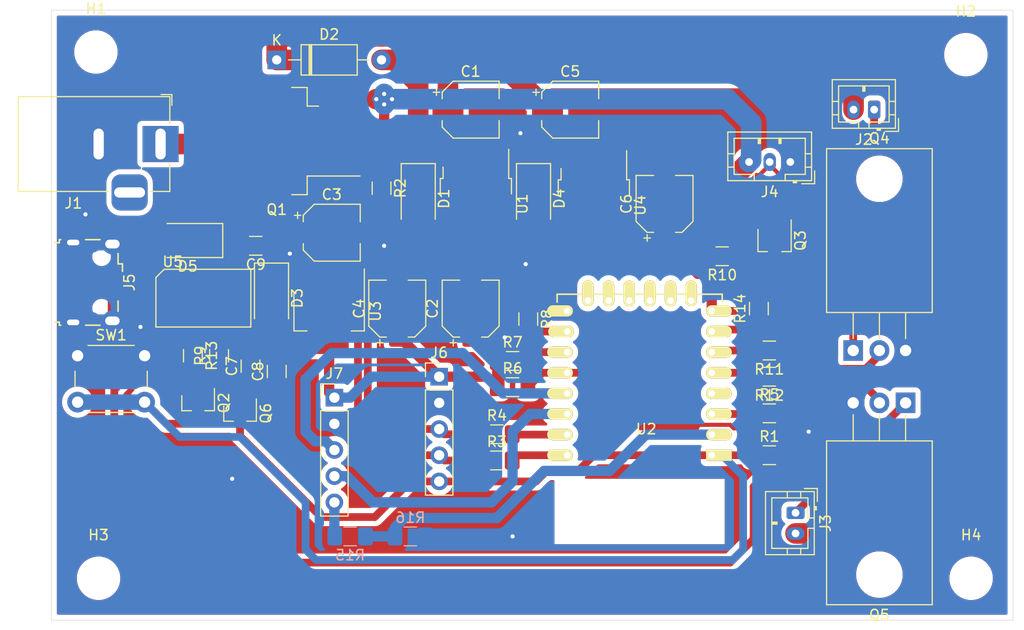
<source format=kicad_pcb>
(kicad_pcb (version 20171130) (host pcbnew "(5.1.5)-3")
  (layers (0 F.Cu signal) (31 B.Cu signal) (34 B.Paste user) (35 F.Paste user) (36 B.SilkS user) (37 F.SilkS user) (38 B.Mask user) (39 F.Mask user) (44 Edge.Cuts user))
  (net 0 "")
  (net 1 +24V)
  (net 2 GND)
  (net 3 +5V)
  (net 4 "Net-(D2-Pad2)")
  (net 5 "Net-(D5-Pad2)")
  (net 6 "Net-(J1-Pad1)")
  (net 7 "Net-(J2-Pad1)")
  (net 8 "Net-(J3-Pad1)")
  (net 9 "Net-(J4-Pad2)")
  (net 10 "Net-(J5-Pad2)")
  (net 11 /RX)
  (net 12 /TX)
  (net 13 /RST)
  (net 14 /IO5)
  (net 15 /IO4)
  (net 16 /IO0)
  (net 17 /DTR)
  (net 18 "Net-(Q2-Pad1)")
  (net 19 /RTS)
  (net 20 /RGB)
  (net 21 "Net-(Q5-Pad2)")
  (net 22 /White)
  (net 23 /Fan)
  (net 24 /ADC)
  (net 25 "Net-(C9-Pad2)")
  (net 26 "Net-(J5-Pad3)")
  (net 27 "Net-(J7-Pad5)")
  (net 28 "Net-(Q4-Pad2)")
  (net 29 "Net-(Q6-Pad1)")
  (net 30 "Net-(R3-Pad2)")
  (net 31 "Net-(R4-Pad2)")
  (net 32 "Net-(R5-Pad1)")
  (net 33 "Net-(R7-Pad2)")
  (net 34 "Net-(R8-Pad2)")
  (net 35 +3.3VA)
  (module Capacitor_SMD:CP_Elec_5x5.4 (layer F.Cu) (at 127.508 79.756 90)
    (fp_text reference C2 (at 0 -3.7 90) (layer F.SilkS))
    (fp_text value "C 10uF")
    (pad 2 smd roundrect (at 2.2 0 90) (size 3 1.6) (layers F.Cu F.Paste F.Mask) (roundrect_rratio 0.15625) (net 2 GND))
    (pad 1 smd roundrect (at -2.2 0 90) (size 3 1.6) (layers F.Cu F.Paste F.Mask) (roundrect_rratio 0.15625) (net 35 +3.3VA))
  )
  (module Resistor_SMD:R_1206_3216Metric_Pad1.42x1.75mm_HandSolder (layer B.Cu) (at 115.824 101.854)
    (fp_text reference R15 (at 0 1.82) (layer B.SilkS) (effects (justify mirror)))
    (fp_text value "R 220K")
    (pad 2 smd roundrect (at 1.4875 0) (size 1.425 1.75) (layers B.Cu B.Paste B.Mask) (roundrect_rratio 0.175439) (net 24 /ADC))
    (pad 1 smd roundrect (at -1.4875 0) (size 1.425 1.75) (layers B.Cu B.Paste B.Mask) (roundrect_rratio 0.175439) (net 27 "Net-(J7-Pad5)"))
  )
  (module Package_TO_SOT_SMD:SOT-223-3_TabPin2 (layer F.Cu) (at 113.792 80.01 270)
    (fp_text reference U3 (at 0 -4.5 90) (layer F.SilkS))
    (fp_text value LM1117-3.3)
    (pad 2 smd rect (at 3.15 0 270) (size 2 3.8) (layers F.Cu F.Paste F.Mask) (net 35 +3.3VA))
    (pad 2 smd rect (at -3.15 0 270) (size 2 1.5) (layers F.Cu F.Paste F.Mask) (net 35 +3.3VA))
    (pad 3 smd rect (at -3.15 2.3 270) (size 2 1.5) (layers F.Cu F.Paste F.Mask) (net 3 +5V))
    (pad 1 smd rect (at -3.15 -2.3 270) (size 2 1.5) (layers F.Cu F.Paste F.Mask) (net 2 GND))
  )
  (module ESP:ESP-12E (layer F.Cu) (at 150.876 93.98 180)
    (fp_text reference U2 (at 6.35 2.54) (layer F.SilkS))
    (fp_text value ESP-12E hide)
    (pad 1 thru_hole rect (at 0 0 180) (size 2.5 1.1) (drill 0.65 (offset -0.7 0)) (layers *.Cu *.Mask F.SilkS) (net 13 /RST))
    (pad 2 thru_hole oval (at 0 2 180) (size 2.5 1.1) (drill 0.65 (offset -0.7 0)) (layers *.Cu *.Mask F.SilkS) (net 24 /ADC))
    (pad 3 thru_hole oval (at 0 4 180) (size 2.5 1.1) (drill 0.65 (offset -0.7 0)) (layers *.Cu *.Mask F.SilkS) (net 32 "Net-(R5-Pad1)"))
    (pad 4 thru_hole oval (at 0 6 180) (size 2.5 1.1) (drill 0.65 (offset -0.7 0)) (layers *.Cu *.Mask F.SilkS))
    (pad 5 thru_hole oval (at 0 8 180) (size 2.5 1.1) (drill 0.65 (offset -0.7 0)) (layers *.Cu *.Mask F.SilkS) (net 23 /Fan))
    (pad 6 thru_hole oval (at 0 10 180) (size 2.5 1.1) (drill 0.65 (offset -0.7 0)) (layers *.Cu *.Mask F.SilkS) (net 22 /White))
    (pad 7 thru_hole oval (at 0 12 180) (size 2.5 1.1) (drill 0.65 (offset -0.7 0)) (layers *.Cu *.Mask F.SilkS) (net 20 /RGB))
    (pad 8 thru_hole oval (at 0 14 180) (size 2.5 1.1) (drill 0.65 (offset -0.7 0)) (layers *.Cu *.Mask F.SilkS) (net 35 +3.3VA))
    (pad 9 thru_hole oval (at 14 14 180) (size 2.5 1.1) (drill 0.65 (offset 0.7 0)) (layers *.Cu *.Mask F.SilkS) (net 2 GND))
    (pad 10 thru_hole oval (at 14 12 180) (size 2.5 1.1) (drill 0.65 (offset 0.6 0)) (layers *.Cu *.Mask F.SilkS) (net 34 "Net-(R8-Pad2)"))
    (pad 11 thru_hole oval (at 14 10 180) (size 2.5 1.1) (drill 0.65 (offset 0.7 0)) (layers *.Cu *.Mask F.SilkS) (net 33 "Net-(R7-Pad2)"))
    (pad 12 thru_hole oval (at 14 8 180) (size 2.5 1.1) (drill 0.65 (offset 0.7 0)) (layers *.Cu *.Mask F.SilkS) (net 16 /IO0))
    (pad 13 thru_hole oval (at 14 6 180) (size 2.5 1.1) (drill 0.65 (offset 0.7 0)) (layers *.Cu *.Mask F.SilkS) (net 15 /IO4))
    (pad 14 thru_hole oval (at 14 4 180) (size 2.5 1.1) (drill 0.65 (offset 0.7 0)) (layers *.Cu *.Mask F.SilkS) (net 14 /IO5))
    (pad 15 thru_hole oval (at 14 2 180) (size 2.5 1.1) (drill 0.65 (offset 0.7 0)) (layers *.Cu *.Mask F.SilkS) (net 31 "Net-(R4-Pad2)"))
    (pad 16 thru_hole oval (at 14 0 180) (size 2.5 1.1) (drill 0.65 (offset 0.7 0)) (layers *.Cu *.Mask F.SilkS) (net 30 "Net-(R3-Pad2)"))
    (pad 17 thru_hole oval (at 1.99 15 270) (size 2.5 1.1) (drill 0.65 (offset -0.7 0)) (layers *.Cu *.Mask F.SilkS))
    (pad 18 thru_hole oval (at 3.99 15 270) (size 2.5 1.1) (drill 0.65 (offset -0.7 0)) (layers *.Cu *.Mask F.SilkS))
    (pad 19 thru_hole oval (at 5.99 15 270) (size 2.5 1.1) (drill 0.65 (offset -0.7 0)) (layers *.Cu *.Mask F.SilkS))
    (pad 20 thru_hole oval (at 7.99 15 270) (size 2.5 1.1) (drill 0.65 (offset -0.7 0)) (layers *.Cu *.Mask F.SilkS))
    (pad 21 thru_hole oval (at 9.99 15 270) (size 2.5 1.1) (drill 0.65 (offset -0.7 0)) (layers *.Cu *.Mask F.SilkS))
    (pad 22 thru_hole oval (at 11.99 15 270) (size 2.5 1.1) (drill 0.65 (offset -0.7 0)) (layers *.Cu *.Mask F.SilkS))
  )
  (module Capacitor_SMD:CP_Elec_5x5.4 (layer F.Cu) (at 127.508 60.452)
    (fp_text reference C1 (at 0 -3.7) (layer F.SilkS))
    (fp_text value "C 10uF")
    (pad 1 smd roundrect (at -2.2 0) (size 3 1.6) (layers F.Cu F.Paste F.Mask) (roundrect_rratio 0.15625) (net 1 +24V))
    (pad 2 smd roundrect (at 2.2 0) (size 3 1.6) (layers F.Cu F.Paste F.Mask) (roundrect_rratio 0.15625) (net 2 GND))
  )
  (module Capacitor_SMD:CP_Elec_5x5.4 (layer F.Cu) (at 114.046 72.39)
    (fp_text reference C3 (at 0 -3.7) (layer F.SilkS))
    (fp_text value "C 10uF")
    (pad 1 smd roundrect (at -2.2 0) (size 3 1.6) (layers F.Cu F.Paste F.Mask) (roundrect_rratio 0.15625) (net 3 +5V))
    (pad 2 smd roundrect (at 2.2 0) (size 3 1.6) (layers F.Cu F.Paste F.Mask) (roundrect_rratio 0.15625) (net 2 GND))
  )
  (module Capacitor_SMD:CP_Elec_5x5.4 (layer F.Cu) (at 120.396 79.756 90)
    (fp_text reference C4 (at 0 -3.7 90) (layer F.SilkS))
    (fp_text value "C 10uF")
    (pad 2 smd roundrect (at 2.2 0 90) (size 3 1.6) (layers F.Cu F.Paste F.Mask) (roundrect_rratio 0.15625) (net 2 GND))
    (pad 1 smd roundrect (at -2.2 0 90) (size 3 1.6) (layers F.Cu F.Paste F.Mask) (roundrect_rratio 0.15625) (net 35 +3.3VA))
  )
  (module Capacitor_SMD:CP_Elec_5x5.4 (layer F.Cu) (at 137.16 60.452)
    (fp_text reference C5 (at 0 -3.7) (layer F.SilkS))
    (fp_text value "C 10uF")
    (pad 1 smd roundrect (at -2.2 0) (size 3 1.6) (layers F.Cu F.Paste F.Mask) (roundrect_rratio 0.15625) (net 1 +24V))
    (pad 2 smd roundrect (at 2.2 0) (size 3 1.6) (layers F.Cu F.Paste F.Mask) (roundrect_rratio 0.15625) (net 2 GND))
  )
  (module Capacitor_SMD:CP_Elec_5x5.4 (layer F.Cu) (at 146.304 69.596 90)
    (fp_text reference C6 (at 0 -3.7 90) (layer F.SilkS))
    (fp_text value "C 10uF")
    (pad 2 smd roundrect (at 2.2 0 90) (size 3 1.6) (layers F.Cu F.Paste F.Mask) (roundrect_rratio 0.15625) (net 2 GND))
    (pad 1 smd roundrect (at -2.2 0 90) (size 3 1.6) (layers F.Cu F.Paste F.Mask) (roundrect_rratio 0.15625) (net 3 +5V))
  )
  (module Diode_SMD:D_SMA (layer F.Cu) (at 122.428 69.088 270)
    (fp_text reference D1 (at 0 -2.5 90) (layer F.SilkS))
    (fp_text value 1N4002)
    (pad 2 smd rect (at 2 0 270) (size 2.5 1.8) (layers F.Cu F.Paste F.Mask) (net 35 +3.3VA))
    (pad 1 smd rect (at -2 0 270) (size 2.5 1.8) (layers F.Cu F.Paste F.Mask) (net 1 +24V))
  )
  (module Diode_THT:D_A-405_P10.16mm_Horizontal (layer F.Cu) (at 108.712 55.626)
    (fp_text reference D2 (at 5.08 -2.47) (layer F.SilkS))
    (fp_text value "Z 9.1V")
    (fp_text user K (at 0 -1.9) (layer F.SilkS))
    (pad 1 thru_hole rect (at 0 0) (size 1.8 1.8) (drill 0.9) (layers *.Cu *.Mask) (net 1 +24V))
    (pad 2 thru_hole oval (at 10.16 0) (size 1.8 1.8) (drill 0.9) (layers *.Cu *.Mask) (net 4 "Net-(D2-Pad2)"))
  )
  (module Diode_SMD:D_SMA (layer F.Cu) (at 108.204 78.74 270)
    (fp_text reference D3 (at 0 -2.5 90) (layer F.SilkS))
    (fp_text value 1N4002)
    (pad 1 smd rect (at -2 0 270) (size 2.5 1.8) (layers F.Cu F.Paste F.Mask) (net 3 +5V))
    (pad 2 smd rect (at 2 0 270) (size 2.5 1.8) (layers F.Cu F.Paste F.Mask) (net 35 +3.3VA))
  )
  (module Diode_SMD:D_SMA (layer F.Cu) (at 133.604 69.088 270)
    (fp_text reference D4 (at 0 -2.5 90) (layer F.SilkS))
    (fp_text value 1N4002)
    (pad 1 smd rect (at -2 0 270) (size 2.5 1.8) (layers F.Cu F.Paste F.Mask) (net 1 +24V))
    (pad 2 smd rect (at 2 0 270) (size 2.5 1.8) (layers F.Cu F.Paste F.Mask) (net 3 +5V))
  )
  (module MountingHole:MountingHole_3.2mm_M3 (layer F.Cu) (at 91.186 54.864)
    (fp_text reference H1 (at 0 -4.2) (layer F.SilkS))
    (fp_text value MountingHole)
    (pad 1 np_thru_hole circle (at 0 0) (size 3.2 3.2) (drill 3.2) (layers *.Cu *.Mask))
  )
  (module MountingHole:MountingHole_3.2mm_M3 (layer F.Cu) (at 175.514 55.118)
    (fp_text reference H2 (at 0 -4.2) (layer F.SilkS))
    (fp_text value MountingHole)
    (pad 1 np_thru_hole circle (at 0 0) (size 3.2 3.2) (drill 3.2) (layers *.Cu *.Mask))
  )
  (module MountingHole:MountingHole_3.2mm_M3 (layer F.Cu) (at 91.44 105.918)
    (fp_text reference H3 (at 0 -4.2) (layer F.SilkS))
    (fp_text value MountingHole)
    (pad 1 np_thru_hole circle (at 0 0) (size 3.2 3.2) (drill 3.2) (layers *.Cu *.Mask))
  )
  (module MountingHole:MountingHole_3.2mm_M3 (layer F.Cu) (at 176.022 105.918)
    (fp_text reference H4 (at 0 -4.2) (layer F.SilkS))
    (fp_text value MountingHole)
    (pad 1 np_thru_hole circle (at 0 0) (size 3.2 3.2) (drill 3.2) (layers *.Cu *.Mask))
  )
  (module Connector_BarrelJack:BarrelJack_Horizontal (layer F.Cu) (at 97.449001 63.788001)
    (fp_text reference J1 (at -8.45 5.75) (layer F.SilkS))
    (fp_text value Barrel_Jack_MountingPin)
    (pad 1 thru_hole rect (at 0 0) (size 3.5 3.5) (drill oval 1 3) (layers *.Cu *.Mask) (net 6 "Net-(J1-Pad1)"))
    (pad 2 thru_hole roundrect (at -6 0) (size 3 3.5) (drill oval 1 3) (layers *.Cu *.Mask) (net 2 GND))
    (pad 3 thru_hole roundrect (at -3 4.7) (size 3.5 3.5) (drill oval 3 1) (layers *.Cu *.Mask))
  )
  (module Connector_JST:JST_PH_B2B-PH-K_1x02_P2.00mm_Vertical (layer F.Cu) (at 166.624 60.452 180)
    (fp_text reference J2 (at 1 -2.9) (layer F.SilkS))
    (fp_text value "24V LED Out")
    (pad 2 thru_hole oval (at 2 0 180) (size 1.2 1.75) (drill 0.75) (layers *.Cu *.Mask) (net 1 +24V))
    (pad 1 thru_hole roundrect (at 0 0 180) (size 1.2 1.75) (drill 0.75) (layers *.Cu *.Mask) (roundrect_rratio 0.208333) (net 7 "Net-(J2-Pad1)"))
  )
  (module Connector_JST:JST_PH_B2B-PH-K_1x02_P2.00mm_Vertical (layer F.Cu) (at 159.004 99.568 270)
    (fp_text reference J3 (at 1 -2.9 90) (layer F.SilkS))
    (fp_text value "24V Fan Out")
    (pad 1 thru_hole roundrect (at 0 0 270) (size 1.2 1.75) (drill 0.75) (layers *.Cu *.Mask) (roundrect_rratio 0.208333) (net 8 "Net-(J3-Pad1)"))
    (pad 2 thru_hole oval (at 2 0 270) (size 1.2 1.75) (drill 0.75) (layers *.Cu *.Mask) (net 1 +24V))
  )
  (module Connector_USB:USB_Micro-B_Wuerth_629105150521 (layer F.Cu) (at 90.932 77.216 270)
    (fp_text reference J5 (at 0 -3.5 90) (layer F.SilkS))
    (fp_text value USB_B_Micro)
    (pad 1 smd rect (at -1.3 -1.9 270) (size 0.45 1.3) (layers F.Cu F.Paste F.Mask) (net 5 "Net-(D5-Pad2)"))
    (pad 2 smd rect (at -0.65 -1.9 270) (size 0.45 1.3) (layers F.Cu F.Paste F.Mask) (net 10 "Net-(J5-Pad2)"))
    (pad 3 smd rect (at 0 -1.9 270) (size 0.45 1.3) (layers F.Cu F.Paste F.Mask) (net 26 "Net-(J5-Pad3)"))
    (pad 4 smd rect (at 0.65 -1.9 270) (size 0.45 1.3) (layers F.Cu F.Paste F.Mask))
    (pad 5 smd rect (at 1.3 -1.9 270) (size 0.45 1.3) (layers F.Cu F.Paste F.Mask) (net 2 GND))
    (pad 6 thru_hole oval (at -3.725 -1.85 270) (size 1.45 2) (drill oval 0.85 1.4) (layers *.Cu *.Mask) (net 2 GND))
    (pad 6 thru_hole oval (at 3.725 -1.85 270) (size 1.45 2) (drill oval 0.85 1.4) (layers *.Cu *.Mask) (net 2 GND))
    (pad 6 thru_hole oval (at -3.875 1.95 270) (size 1.15 1.8) (drill oval 0.55 1.2) (layers *.Cu *.Mask) (net 2 GND))
    (pad 6 thru_hole oval (at 3.875 1.95 270) (size 1.15 1.8) (drill oval 0.55 1.2) (layers *.Cu *.Mask) (net 2 GND))
    (pad "" np_thru_hole oval (at -2.5 -0.8 270) (size 0.8 0.8) (drill 0.8) (layers *.Cu *.Mask))
    (pad "" np_thru_hole oval (at 2.5 -0.8 270) (size 0.8 0.8) (drill 0.8) (layers *.Cu *.Mask))
  )
  (module Connector_JST:JST_PH_B3B-PH-K_1x03_P2.00mm_Vertical (layer F.Cu) (at 158.496 65.532 180)
    (fp_text reference J4 (at 2 -2.9) (layer F.SilkS))
    (fp_text value "5V RGB Out")
    (pad 1 thru_hole roundrect (at 0 0 180) (size 1.2 1.75) (drill 0.75) (layers *.Cu *.Mask) (roundrect_rratio 0.208333) (net 2 GND))
    (pad 2 thru_hole oval (at 2 0 180) (size 1.2 1.75) (drill 0.75) (layers *.Cu *.Mask) (net 9 "Net-(J4-Pad2)"))
    (pad 3 thru_hole oval (at 4 0 180) (size 1.2 1.75) (drill 0.75) (layers *.Cu *.Mask) (net 3 +5V))
  )
  (module Connector_PinHeader_2.54mm:PinHeader_1x05_P2.54mm_Vertical (layer F.Cu) (at 124.46 86.36)
    (fp_text reference J6 (at 0 -2.33) (layer F.SilkS))
    (fp_text value "Alt Program")
    (pad 1 thru_hole rect (at 0 0) (size 1.7 1.7) (drill 1) (layers *.Cu *.Mask) (net 35 +3.3VA))
    (pad 2 thru_hole oval (at 0 2.54) (size 1.7 1.7) (drill 1) (layers *.Cu *.Mask) (net 2 GND))
    (pad 3 thru_hole oval (at 0 5.08) (size 1.7 1.7) (drill 1) (layers *.Cu *.Mask) (net 11 /RX))
    (pad 4 thru_hole oval (at 0 7.62) (size 1.7 1.7) (drill 1) (layers *.Cu *.Mask) (net 12 /TX))
    (pad 5 thru_hole oval (at 0 10.16) (size 1.7 1.7) (drill 1) (layers *.Cu *.Mask) (net 13 /RST))
  )
  (module Connector_PinHeader_2.54mm:PinHeader_1x05_P2.54mm_Vertical (layer F.Cu) (at 114.3 88.392)
    (fp_text reference J7 (at 0 -2.33) (layer F.SilkS))
    (fp_text value "Out IO")
    (pad 5 thru_hole oval (at 0 10.16) (size 1.7 1.7) (drill 1) (layers *.Cu *.Mask) (net 27 "Net-(J7-Pad5)"))
    (pad 4 thru_hole oval (at 0 7.62) (size 1.7 1.7) (drill 1) (layers *.Cu *.Mask) (net 14 /IO5))
    (pad 3 thru_hole oval (at 0 5.08) (size 1.7 1.7) (drill 1) (layers *.Cu *.Mask) (net 15 /IO4))
    (pad 2 thru_hole oval (at 0 2.54) (size 1.7 1.7) (drill 1) (layers *.Cu *.Mask) (net 2 GND))
    (pad 1 thru_hole rect (at 0 0) (size 1.7 1.7) (drill 1) (layers *.Cu *.Mask) (net 35 +3.3VA))
  )
  (module Package_TO_SOT_SMD:SOT-23 (layer F.Cu) (at 101.092 88.9 270)
    (fp_text reference Q2 (at 0 -2.5 90) (layer F.SilkS))
    (fp_text value S8050)
    (pad 3 smd rect (at 1 0 270) (size 0.9 0.8) (layers F.Cu F.Paste F.Mask) (net 16 /IO0))
    (pad 2 smd rect (at -1 0.95 270) (size 0.9 0.8) (layers F.Cu F.Paste F.Mask) (net 17 /DTR))
    (pad 1 smd rect (at -1 -0.95 270) (size 0.9 0.8) (layers F.Cu F.Paste F.Mask) (net 18 "Net-(Q2-Pad1)"))
  )
  (module Package_TO_SOT_SMD:SOT-23 (layer F.Cu) (at 105.156 89.916 270)
    (fp_text reference Q6 (at 0 -2.5 90) (layer F.SilkS))
    (fp_text value S8050)
    (pad 1 smd rect (at -1 -0.95 270) (size 0.9 0.8) (layers F.Cu F.Paste F.Mask) (net 29 "Net-(Q6-Pad1)"))
    (pad 2 smd rect (at -1 0.95 270) (size 0.9 0.8) (layers F.Cu F.Paste F.Mask) (net 19 /RTS))
    (pad 3 smd rect (at 1 0 270) (size 0.9 0.8) (layers F.Cu F.Paste F.Mask) (net 13 /RST))
  )
  (module Package_TO_SOT_SMD:SOT-23W_Handsoldering (layer F.Cu) (at 156.972 73.152 270)
    (fp_text reference Q3 (at 0 -2.5 90) (layer F.SilkS))
    (fp_text value BS170)
    (pad 1 smd rect (at -1.7 -0.95 270) (size 2 0.7) (layers F.Cu F.Paste F.Mask) (net 9 "Net-(J4-Pad2)"))
    (pad 2 smd rect (at -1.7 0.95 270) (size 2 0.7) (layers F.Cu F.Paste F.Mask) (net 35 +3.3VA))
    (pad 3 smd rect (at 1.7 0 270) (size 2 0.7) (layers F.Cu F.Paste F.Mask) (net 20 /RGB))
  )
  (module Package_TO_SOT_THT:TO-220-3_Horizontal_TabDown (layer F.Cu) (at 164.592 83.82)
    (fp_text reference Q4 (at 2.54 -20.58) (layer F.SilkS))
    (fp_text value FQP30N06L)
    (pad 3 thru_hole oval (at 5.08 0) (size 1.905 2) (drill 1.1) (layers *.Cu *.Mask) (net 2 GND))
    (pad 2 thru_hole oval (at 2.54 0) (size 1.905 2) (drill 1.1) (layers *.Cu *.Mask) (net 28 "Net-(Q4-Pad2)"))
    (pad 1 thru_hole rect (at 0 0) (size 1.905 2) (drill 1.1) (layers *.Cu *.Mask) (net 7 "Net-(J2-Pad1)"))
    (pad "" np_thru_hole oval (at 2.54 -16.66) (size 3.5 3.5) (drill 3.5) (layers *.Cu *.Mask))
  )
  (module Package_TO_SOT_THT:TO-220-3_Horizontal_TabDown (layer F.Cu) (at 169.672 88.9 180)
    (fp_text reference Q5 (at 2.54 -20.58) (layer F.SilkS))
    (fp_text value FQP30N06L)
    (pad "" np_thru_hole oval (at 2.54 -16.66 180) (size 3.5 3.5) (drill 3.5) (layers *.Cu *.Mask))
    (pad 1 thru_hole rect (at 0 0 180) (size 1.905 2) (drill 1.1) (layers *.Cu *.Mask) (net 8 "Net-(J3-Pad1)"))
    (pad 2 thru_hole oval (at 2.54 0 180) (size 1.905 2) (drill 1.1) (layers *.Cu *.Mask) (net 21 "Net-(Q5-Pad2)"))
    (pad 3 thru_hole oval (at 5.08 0 180) (size 1.905 2) (drill 1.1) (layers *.Cu *.Mask) (net 2 GND))
  )
  (module Resistor_SMD:R_1206_3216Metric_Pad1.42x1.75mm_HandSolder (layer F.Cu) (at 156.464 93.98)
    (fp_text reference R1 (at 0 -1.82) (layer F.SilkS))
    (fp_text value "R 10K")
    (pad 1 smd roundrect (at -1.4875 0) (size 1.425 1.75) (layers F.Cu F.Paste F.Mask) (roundrect_rratio 0.175439) (net 13 /RST))
    (pad 2 smd roundrect (at 1.4875 0) (size 1.425 1.75) (layers F.Cu F.Paste F.Mask) (roundrect_rratio 0.175439) (net 35 +3.3VA))
  )
  (module Resistor_SMD:R_1206_3216Metric_Pad1.42x1.75mm_HandSolder (layer F.Cu) (at 118.872 68.072 270)
    (fp_text reference R2 (at 0 -1.82 90) (layer F.SilkS))
    (fp_text value R)
    (pad 2 smd roundrect (at 1.4875 0 270) (size 1.425 1.75) (layers F.Cu F.Paste F.Mask) (roundrect_rratio 0.175439) (net 2 GND))
    (pad 1 smd roundrect (at -1.4875 0 270) (size 1.425 1.75) (layers F.Cu F.Paste F.Mask) (roundrect_rratio 0.175439) (net 4 "Net-(D2-Pad2)"))
  )
  (module Resistor_SMD:R_1206_3216Metric_Pad1.42x1.75mm_HandSolder (layer F.Cu) (at 156.464 89.916)
    (fp_text reference R5 (at 0 -1.82) (layer F.SilkS))
    (fp_text value "R 10K")
    (pad 2 smd roundrect (at 1.4875 0) (size 1.425 1.75) (layers F.Cu F.Paste F.Mask) (roundrect_rratio 0.175439) (net 35 +3.3VA))
    (pad 1 smd roundrect (at -1.4875 0) (size 1.425 1.75) (layers F.Cu F.Paste F.Mask) (roundrect_rratio 0.175439) (net 32 "Net-(R5-Pad1)"))
  )
  (module Resistor_SMD:R_1206_3216Metric_Pad1.42x1.75mm_HandSolder (layer F.Cu) (at 131.572 87.376)
    (fp_text reference R6 (at 0 -1.82) (layer F.SilkS))
    (fp_text value "R 10K")
    (pad 2 smd roundrect (at 1.4875 0) (size 1.425 1.75) (layers F.Cu F.Paste F.Mask) (roundrect_rratio 0.175439) (net 16 /IO0))
    (pad 1 smd roundrect (at -1.4875 0) (size 1.425 1.75) (layers F.Cu F.Paste F.Mask) (roundrect_rratio 0.175439) (net 35 +3.3VA))
  )
  (module Resistor_SMD:R_1206_3216Metric_Pad1.42x1.75mm_HandSolder (layer F.Cu) (at 131.572 84.836)
    (fp_text reference R7 (at 0 -1.82) (layer F.SilkS))
    (fp_text value "R 10K")
    (pad 2 smd roundrect (at 1.4875 0) (size 1.425 1.75) (layers F.Cu F.Paste F.Mask) (roundrect_rratio 0.175439) (net 33 "Net-(R7-Pad2)"))
    (pad 1 smd roundrect (at -1.4875 0) (size 1.425 1.75) (layers F.Cu F.Paste F.Mask) (roundrect_rratio 0.175439) (net 35 +3.3VA))
  )
  (module Resistor_SMD:R_1206_3216Metric_Pad1.42x1.75mm_HandSolder (layer F.Cu) (at 133.096 80.772 270)
    (fp_text reference R8 (at 0 -1.82 90) (layer F.SilkS))
    (fp_text value "R 10K")
    (pad 2 smd roundrect (at 1.4875 0 270) (size 1.425 1.75) (layers F.Cu F.Paste F.Mask) (roundrect_rratio 0.175439) (net 34 "Net-(R8-Pad2)"))
    (pad 1 smd roundrect (at -1.4875 0 270) (size 1.425 1.75) (layers F.Cu F.Paste F.Mask) (roundrect_rratio 0.175439) (net 2 GND))
  )
  (module Resistor_SMD:R_1206_3216Metric_Pad1.42x1.75mm_HandSolder (layer F.Cu) (at 103.124 84.328 90)
    (fp_text reference R9 (at 0 -1.82 90) (layer F.SilkS))
    (fp_text value "R 10K")
    (pad 1 smd roundrect (at -1.4875 0 90) (size 1.425 1.75) (layers F.Cu F.Paste F.Mask) (roundrect_rratio 0.175439) (net 18 "Net-(Q2-Pad1)"))
    (pad 2 smd roundrect (at 1.4875 0 90) (size 1.425 1.75) (layers F.Cu F.Paste F.Mask) (roundrect_rratio 0.175439) (net 19 /RTS))
  )
  (module Resistor_SMD:R_1206_3216Metric_Pad1.42x1.75mm_HandSolder (layer F.Cu) (at 151.892 74.676 180)
    (fp_text reference R10 (at 0 -1.82) (layer F.SilkS))
    (fp_text value "R 4.7K")
    (pad 1 smd roundrect (at -1.4875 0 180) (size 1.425 1.75) (layers F.Cu F.Paste F.Mask) (roundrect_rratio 0.175439) (net 9 "Net-(J4-Pad2)"))
    (pad 2 smd roundrect (at 1.4875 0 180) (size 1.425 1.75) (layers F.Cu F.Paste F.Mask) (roundrect_rratio 0.175439) (net 3 +5V))
  )
  (module Resistor_SMD:R_1206_3216Metric_Pad1.42x1.75mm_HandSolder (layer F.Cu) (at 100.584 84.328 270)
    (fp_text reference R13 (at 0 -1.82 90) (layer F.SilkS))
    (fp_text value "R 10K")
    (pad 2 smd roundrect (at 1.4875 0 270) (size 1.425 1.75) (layers F.Cu F.Paste F.Mask) (roundrect_rratio 0.175439) (net 29 "Net-(Q6-Pad1)"))
    (pad 1 smd roundrect (at -1.4875 0 270) (size 1.425 1.75) (layers F.Cu F.Paste F.Mask) (roundrect_rratio 0.175439) (net 17 /DTR))
  )
  (module Resistor_SMD:R_1206_3216Metric_Pad1.42x1.75mm_HandSolder (layer F.Cu) (at 156.464 83.82 180)
    (fp_text reference R11 (at 0 -1.82) (layer F.SilkS))
    (fp_text value R)
    (pad 1 smd roundrect (at -1.4875 0 180) (size 1.425 1.75) (layers F.Cu F.Paste F.Mask) (roundrect_rratio 0.175439) (net 28 "Net-(Q4-Pad2)"))
    (pad 2 smd roundrect (at 1.4875 0 180) (size 1.425 1.75) (layers F.Cu F.Paste F.Mask) (roundrect_rratio 0.175439) (net 22 /White))
  )
  (module Resistor_SMD:R_1206_3216Metric_Pad1.42x1.75mm_HandSolder (layer F.Cu) (at 156.464 86.36 180)
    (fp_text reference R12 (at 0 -1.82) (layer F.SilkS))
    (fp_text value R)
    (pad 1 smd roundrect (at -1.4875 0 180) (size 1.425 1.75) (layers F.Cu F.Paste F.Mask) (roundrect_rratio 0.175439) (net 21 "Net-(Q5-Pad2)"))
    (pad 2 smd roundrect (at 1.4875 0 180) (size 1.425 1.75) (layers F.Cu F.Paste F.Mask) (roundrect_rratio 0.175439) (net 23 /Fan))
  )
  (module Resistor_SMD:R_1206_3216Metric_Pad1.42x1.75mm_HandSolder (layer F.Cu) (at 155.448 79.756 90)
    (fp_text reference R14 (at 0 -1.82 90) (layer F.SilkS))
    (fp_text value "R 4.7K")
    (pad 2 smd roundrect (at 1.4875 0 90) (size 1.425 1.75) (layers F.Cu F.Paste F.Mask) (roundrect_rratio 0.175439) (net 35 +3.3VA))
    (pad 1 smd roundrect (at -1.4875 0 90) (size 1.425 1.75) (layers F.Cu F.Paste F.Mask) (roundrect_rratio 0.175439) (net 20 /RGB))
  )
  (module Resistor_SMD:R_1206_3216Metric_Pad1.42x1.75mm_HandSolder (layer B.Cu) (at 121.666 101.854 180)
    (fp_text reference R16 (at 0 1.82 180) (layer B.SilkS) (effects (justify mirror)))
    (fp_text value "R 100K")
    (pad 1 smd roundrect (at -1.4875 0 180) (size 1.425 1.75) (layers B.Cu B.Paste B.Mask) (roundrect_rratio 0.175439) (net 2 GND))
    (pad 2 smd roundrect (at 1.4875 0 180) (size 1.425 1.75) (layers B.Cu B.Paste B.Mask) (roundrect_rratio 0.175439) (net 24 /ADC))
  )
  (module Button_Switch_THT:SW_PUSH_6mm (layer F.Cu) (at 89.408 84.328)
    (fp_text reference SW1 (at 3.25 -2) (layer F.SilkS))
    (fp_text value SW_Push)
    (pad 2 thru_hole circle (at 0 4.5 90) (size 2 2) (drill 1.1) (layers *.Cu *.Mask) (net 13 /RST))
    (pad 1 thru_hole circle (at 0 0 90) (size 2 2) (drill 1.1) (layers *.Cu *.Mask) (net 2 GND))
    (pad 2 thru_hole circle (at 6.5 4.5 90) (size 2 2) (drill 1.1) (layers *.Cu *.Mask) (net 13 /RST))
    (pad 1 thru_hole circle (at 6.5 0 90) (size 2 2) (drill 1.1) (layers *.Cu *.Mask) (net 2 GND))
  )
  (module Package_TO_SOT_SMD:TO-252-3_TabPin2 (layer F.Cu) (at 128.016 69.596 270)
    (fp_text reference U1 (at 0 -4.5 90) (layer F.SilkS))
    (fp_text value IFX27001TFV33ATMA1)
    (pad 1 smd rect (at -4.2 -2.28 270) (size 2.2 1.2) (layers F.Cu F.Paste F.Mask) (net 2 GND))
    (pad 2 smd rect (at -4.2 0 270) (size 2.2 1.2) (layers F.Cu F.Paste F.Mask) (net 35 +3.3VA))
    (pad 3 smd rect (at -4.2 2.28 270) (size 2.2 1.2) (layers F.Cu F.Paste F.Mask) (net 1 +24V))
    (pad 2 smd rect (at 2.1 0 270) (size 6.4 5.8) (layers F.Cu F.Mask) (net 35 +3.3VA))
  )
  (module Package_TO_SOT_SMD:TO-252-3_TabPin2 (layer F.Cu) (at 139.452 69.732 270)
    (fp_text reference U4 (at 0 -4.5 90) (layer F.SilkS))
    (fp_text value IFX27001TFV50ATMA1)
    (pad 2 smd rect (at 2.1 0 270) (size 6.4 5.8) (layers F.Cu F.Mask) (net 3 +5V))
    (pad 3 smd rect (at -4.2 2.28 270) (size 2.2 1.2) (layers F.Cu F.Paste F.Mask) (net 1 +24V))
    (pad 2 smd rect (at -4.2 0 270) (size 2.2 1.2) (layers F.Cu F.Paste F.Mask) (net 3 +5V))
    (pad 1 smd rect (at -4.2 -2.28 270) (size 2.2 1.2) (layers F.Cu F.Paste F.Mask) (net 2 GND))
  )
  (module My:ESSOP-10 (layer F.Cu) (at 101.6 78.74 270)
    (fp_text reference U5 (at -3.5306 2.9591 180) (layer F.SilkS))
    (fp_text value ch340k)
    (pad 0 smd rect (at 0 0 270) (size 3 2) (layers F.Cu F.Paste F.Mask) (net 2 GND))
    (pad 5 smd rect (at 2 3 270) (size 0.6 2.2) (layers F.Cu F.Paste F.Mask))
    (pad 6 smd rect (at 2 -3 270) (size 0.6 2.2) (layers F.Cu F.Paste F.Mask) (net 19 /RTS))
    (pad 4 smd rect (at 1 3 270) (size 0.6 2.2) (layers F.Cu F.Paste F.Mask) (net 17 /DTR))
    (pad 7 smd rect (at 1 -3 270) (size 0.6 2.2) (layers F.Cu F.Paste F.Mask) (net 3 +5V))
    (pad 3 smd rect (at 0 3 270) (size 0.6 2.2) (layers F.Cu F.Paste F.Mask) (net 2 GND))
    (pad 8 smd rect (at 0 -3 270) (size 0.6 2.2) (layers F.Cu F.Paste F.Mask) (net 12 /TX))
    (pad 2 smd rect (at -1 3 270) (size 0.6 2.2) (layers F.Cu F.Paste F.Mask) (net 10 "Net-(J5-Pad2)"))
    (pad 9 smd rect (at -1 -3 270) (size 0.6 2.2) (layers F.Cu F.Paste F.Mask) (net 11 /RX))
    (pad 1 smd rect (at -2 3 270) (size 0.6 2.2) (layers F.Cu F.Paste F.Mask) (net 26 "Net-(J5-Pad3)"))
    (pad 10 smd rect (at -2 -3 270) (size 0.6 2.2) (layers F.Cu F.Paste F.Mask) (net 25 "Net-(C9-Pad2)"))
  )
  (module Capacitor_SMD:C_1206_3216Metric_Pad1.42x1.75mm_HandSolder (layer F.Cu) (at 106.172 85.344 90)
    (fp_text reference C7 (at 0 -1.82 90) (layer F.SilkS))
    (fp_text value "C 10uF")
    (pad 2 smd roundrect (at 1.4875 0 90) (size 1.425 1.75) (layers F.Cu F.Paste F.Mask) (roundrect_rratio 0.175439) (net 3 +5V))
    (pad 1 smd roundrect (at -1.4875 0 90) (size 1.425 1.75) (layers F.Cu F.Paste F.Mask) (roundrect_rratio 0.175439) (net 2 GND))
  )
  (module Capacitor_SMD:C_1206_3216Metric_Pad1.42x1.75mm_HandSolder (layer F.Cu) (at 108.712 85.852 90)
    (fp_text reference C8 (at 0 -1.82 90) (layer F.SilkS))
    (fp_text value "C 100nF")
    (pad 1 smd roundrect (at -1.4875 0 90) (size 1.425 1.75) (layers F.Cu F.Paste F.Mask) (roundrect_rratio 0.175439) (net 2 GND))
    (pad 2 smd roundrect (at 1.4875 0 90) (size 1.425 1.75) (layers F.Cu F.Paste F.Mask) (roundrect_rratio 0.175439) (net 3 +5V))
  )
  (module Capacitor_SMD:C_1206_3216Metric_Pad1.42x1.75mm_HandSolder (layer F.Cu) (at 106.68 73.66 180)
    (fp_text reference C9 (at 0 -1.82) (layer F.SilkS))
    (fp_text value "C 100nF")
    (pad 1 smd roundrect (at -1.4875 0 180) (size 1.425 1.75) (layers F.Cu F.Paste F.Mask) (roundrect_rratio 0.175439) (net 2 GND))
    (pad 2 smd roundrect (at 1.4875 0 180) (size 1.425 1.75) (layers F.Cu F.Paste F.Mask) (roundrect_rratio 0.175439) (net 25 "Net-(C9-Pad2)"))
  )
  (module Diode_SMD:D_SMA (layer F.Cu) (at 100.076 73.152 180)
    (fp_text reference D5 (at 0 -2.5) (layer F.SilkS))
    (fp_text value 1N4002)
    (pad 1 smd rect (at -2 0 180) (size 2.5 1.8) (layers F.Cu F.Paste F.Mask) (net 3 +5V))
    (pad 2 smd rect (at 2 0 180) (size 2.5 1.8) (layers F.Cu F.Paste F.Mask) (net 5 "Net-(D5-Pad2)"))
  )
  (module Package_TO_SOT_SMD:TO-263-2 (layer F.Cu) (at 108.712 63.5 180)
    (fp_text reference Q1 (at 0 -6.65) (layer F.SilkS))
    (fp_text value FQB47P06)
    (pad 1 smd rect (at -5.775 -2.54 180) (size 4.6 1.1) (layers F.Cu F.Paste F.Mask) (net 4 "Net-(D2-Pad2)"))
    (pad 3 smd rect (at -5.775 2.54 180) (size 4.6 1.1) (layers F.Cu F.Paste F.Mask) (net 1 +24V))
    (pad 2 smd rect (at 3.375 0 180) (size 9.4 10.8) (layers F.Cu F.Mask) (net 6 "Net-(J1-Pad1)"))
  )
  (module Resistor_SMD:R_1206_3216Metric_Pad1.42x1.75mm_HandSolder (layer F.Cu) (at 130.048 94.488)
    (fp_text reference R3 (at 0 -1.82) (layer F.SilkS))
    (fp_text value "R 470")
    (pad 1 smd roundrect (at -1.4875 0) (size 1.425 1.75) (layers F.Cu F.Paste F.Mask) (roundrect_rratio 0.175439) (net 12 /TX))
    (pad 2 smd roundrect (at 1.4875 0) (size 1.425 1.75) (layers F.Cu F.Paste F.Mask) (roundrect_rratio 0.175439) (net 30 "Net-(R3-Pad2)"))
  )
  (module Resistor_SMD:R_1206_3216Metric_Pad1.42x1.75mm_HandSolder (layer F.Cu) (at 130.048 91.948)
    (fp_text reference R4 (at 0 -1.82) (layer F.SilkS))
    (fp_text value "R 470")
    (pad 2 smd roundrect (at 1.4875 0) (size 1.425 1.75) (layers F.Cu F.Paste F.Mask) (roundrect_rratio 0.175439) (net 31 "Net-(R4-Pad2)"))
    (pad 1 smd roundrect (at -1.4875 0) (size 1.425 1.75) (layers F.Cu F.Paste F.Mask) (roundrect_rratio 0.175439) (net 11 /RX))
  )
  (gr_line (start 180.086 50.8) (end 86.868 50.8) (layer Edge.Cuts) (width 0.05))
  (gr_line (start 180.086 109.982) (end 180.086 50.8) (layer Edge.Cuts) (width 0.05))
  (gr_line (start 86.868 109.982) (end 180.086 109.982) (layer Edge.Cuts) (width 0.05))
  (gr_line (start 86.868 50.8) (end 86.868 109.982) (layer Edge.Cuts) (width 0.05))
  (segment (start 125.308 56.876) (end 125.308 60.452) (width 2) (layer F.Cu) (net 1))
  (segment (start 125.308 64.968) (end 125.736 65.396) (width 2) (layer F.Cu) (net 1))
  (segment (start 125.308 60.452) (end 125.308 64.968) (width 2) (layer F.Cu) (net 1))
  (segment (start 124.12 65.396) (end 122.428 67.088) (width 2) (layer F.Cu) (net 1))
  (segment (start 125.736 65.396) (end 124.12 65.396) (width 2) (layer F.Cu) (net 1))
  (segment (start 131.384 56.876) (end 134.96 60.452) (width 2) (layer F.Cu) (net 1))
  (segment (start 125.308 56.876) (end 131.384 56.876) (width 2) (layer F.Cu) (net 1))
  (segment (start 134.96 65.732) (end 133.604 67.088) (width 2) (layer F.Cu) (net 1))
  (segment (start 134.96 60.452) (end 134.96 65.732) (width 2) (layer F.Cu) (net 1))
  (segment (start 135.616 67.088) (end 137.172 65.532) (width 2) (layer F.Cu) (net 1))
  (segment (start 133.604 67.088) (end 135.616 67.088) (width 2) (layer F.Cu) (net 1))
  (segment (start 163.923 56.876) (end 164.624 57.577) (width 2) (layer F.Cu) (net 1))
  (segment (start 164.624 57.577) (end 164.624 60.452) (width 2) (layer F.Cu) (net 1))
  (segment (start 131.384 56.876) (end 163.923 56.876) (width 2) (layer F.Cu) (net 1))
  (segment (start 161.879 101.568) (end 176.276 87.171) (width 2) (layer F.Cu) (net 1))
  (segment (start 159.004 101.568) (end 161.879 101.568) (width 2) (layer F.Cu) (net 1))
  (segment (start 176.276 87.171) (end 176.276 63.754) (width 2) (layer F.Cu) (net 1))
  (segment (start 176.276 63.754) (end 169.418 56.896) (width 2) (layer F.Cu) (net 1))
  (segment (start 163.943 56.896) (end 163.923 56.876) (width 2) (layer F.Cu) (net 1))
  (segment (start 169.418 56.896) (end 163.943 56.896) (width 2) (layer F.Cu) (net 1))
  (segment (start 111.612 55.626) (end 108.712 55.626) (width 2) (layer F.Cu) (net 1))
  (segment (start 114.487 58.501) (end 111.612 55.626) (width 2) (layer F.Cu) (net 1))
  (segment (start 114.487 60.96) (end 114.487 58.501) (width 2) (layer F.Cu) (net 1))
  (segment (start 122.28 53.848) (end 125.308 56.876) (width 2) (layer F.Cu) (net 1))
  (segment (start 108.712 53.848) (end 109.22 53.34) (width 2) (layer F.Cu) (net 1))
  (segment (start 122.174 53.848) (end 122.28 53.848) (width 2) (layer F.Cu) (net 1))
  (segment (start 108.712 55.626) (end 108.712 53.848) (width 2) (layer F.Cu) (net 1))
  (segment (start 109.22 53.34) (end 121.666 53.34) (width 2) (layer F.Cu) (net 1))
  (segment (start 121.666 53.34) (end 122.174 53.848) (width 2) (layer F.Cu) (net 1))
  (via (at 95.504 81.534) (size 0.8) (drill 0.4) (layers F.Cu B.Cu) (net 2))
  (via (at 132.842 75.438) (size 0.8) (drill 0.4) (layers F.Cu B.Cu) (net 2))
  (via (at 119.126 73.66) (size 0.8) (drill 0.4) (layers F.Cu B.Cu) (net 2))
  (via (at 104.394 96.266) (size 0.8) (drill 0.4) (layers F.Cu B.Cu) (net 2))
  (via (at 90.17 70.612) (size 0.8) (drill 0.4) (layers F.Cu B.Cu) (net 2))
  (via (at 160.274 91.694) (size 0.8) (drill 0.4) (layers F.Cu B.Cu) (net 2))
  (via (at 109.982 74.422) (size 0.8) (drill 0.4) (layers F.Cu B.Cu) (net 2))
  (via (at 130.81 82.55) (size 0.8) (drill 0.4) (layers F.Cu B.Cu) (net 2))
  (segment (start 92.406999 81.316001) (end 92.782 80.941) (width 2) (layer B.Cu) (net 2))
  (segment (start 90.963999 81.316001) (end 92.406999 81.316001) (width 2) (layer B.Cu) (net 2))
  (segment (start 90.738998 81.091) (end 90.963999 81.316001) (width 2) (layer B.Cu) (net 2))
  (segment (start 88.982 81.091) (end 90.738998 81.091) (width 2) (layer B.Cu) (net 2))
  (segment (start 88.982 81.091) (end 88.982 73.341) (width 2) (layer B.Cu) (net 2))
  (segment (start 92.406999 73.115999) (end 92.782 73.491) (width 2) (layer B.Cu) (net 2))
  (segment (start 90.963999 73.115999) (end 92.406999 73.115999) (width 2) (layer B.Cu) (net 2))
  (segment (start 90.738998 73.341) (end 90.963999 73.115999) (width 2) (layer B.Cu) (net 2))
  (segment (start 88.982 73.341) (end 90.738998 73.341) (width 2) (layer B.Cu) (net 2))
  (segment (start 92.832 80.891) (end 92.832 78.791001) (width 1) (layer F.Cu) (net 2))
  (segment (start 92.782 80.941) (end 92.832 80.891) (width 1) (layer F.Cu) (net 2))
  (via (at 132.334 62.738) (size 0.8) (drill 0.4) (layers F.Cu B.Cu) (net 2))
  (via (at 131.572 101.854) (size 0.8) (drill 0.4) (layers F.Cu B.Cu) (net 2))
  (segment (start 102.426 73.152) (end 104.458 71.12) (width 1) (layer F.Cu) (net 3))
  (segment (start 102.076 73.152) (end 102.426 73.152) (width 1) (layer F.Cu) (net 3))
  (segment (start 109.56 71.12) (end 111.084 72.644) (width 1) (layer F.Cu) (net 3))
  (segment (start 104.458 71.12) (end 109.56 71.12) (width 1) (layer F.Cu) (net 3))
  (segment (start 103.1 79.74) (end 104.6 79.74) (width 0.4) (layer F.Cu) (net 3))
  (segment (start 102.076 73.152) (end 102.076 74.452) (width 0.4) (layer F.Cu) (net 3))
  (segment (start 103.099989 75.475989) (end 103.1 79.74) (width 0.4) (layer F.Cu) (net 3))
  (segment (start 102.076 74.452) (end 103.099989 75.475989) (width 0.4) (layer F.Cu) (net 3))
  (segment (start 111.846 76.506) (end 111.492 76.86) (width 1) (layer F.Cu) (net 3))
  (segment (start 111.846 72.39) (end 111.846 76.506) (width 1) (layer F.Cu) (net 3))
  (segment (start 108.324 76.86) (end 108.204 76.74) (width 1) (layer F.Cu) (net 3))
  (segment (start 111.492 76.86) (end 108.324 76.86) (width 1) (layer F.Cu) (net 3))
  (segment (start 138.708 71.088) (end 139.452 71.832) (width 2) (layer F.Cu) (net 3))
  (segment (start 133.604 71.088) (end 138.708 71.088) (width 2) (layer F.Cu) (net 3))
  (segment (start 146.268 71.832) (end 146.304 71.796) (width 2) (layer F.Cu) (net 3))
  (segment (start 139.452 71.832) (end 146.268 71.832) (width 2) (layer F.Cu) (net 3))
  (segment (start 147.5245 71.796) (end 150.4045 74.676) (width 2) (layer F.Cu) (net 3))
  (segment (start 146.304 71.796) (end 147.5245 71.796) (width 2) (layer F.Cu) (net 3))
  (segment (start 148.232 71.796) (end 154.496 65.532) (width 2) (layer F.Cu) (net 3))
  (segment (start 146.304 71.796) (end 148.232 71.796) (width 2) (layer F.Cu) (net 3))
  (segment (start 139.452 67.032) (end 139.452 71.832) (width 0.4) (layer F.Cu) (net 3))
  (segment (start 139.452 65.532) (end 139.452 67.032) (width 0.4) (layer F.Cu) (net 3))
  (segment (start 106.68 84.3645) (end 106.172 83.8565) (width 0.75) (layer F.Cu) (net 3))
  (segment (start 108.712 84.3645) (end 106.68 84.3645) (width 0.75) (layer F.Cu) (net 3))
  (segment (start 105.720002 79.74) (end 106.172 80.191998) (width 0.4) (layer F.Cu) (net 3))
  (segment (start 104.6 79.74) (end 105.720002 79.74) (width 0.4) (layer F.Cu) (net 3))
  (segment (start 106.172 80.191998) (end 106.172 81.534) (width 0.4) (layer F.Cu) (net 3))
  (segment (start 106.172 81.534) (end 106.172 83.8565) (width 0.75) (layer F.Cu) (net 3))
  (segment (start 120.142 59.436) (end 152.4 59.436) (width 2) (layer B.Cu) (net 3))
  (segment (start 152.4 59.436) (end 154.69599 61.73199) (width 2) (layer B.Cu) (net 3))
  (segment (start 154.69599 65.33201) (end 154.496 65.532) (width 2) (layer B.Cu) (net 3))
  (segment (start 154.69599 61.73199) (end 154.69599 65.33201) (width 2) (layer B.Cu) (net 3))
  (segment (start 111.846 72.39) (end 111.846 71.59) (width 1) (layer F.Cu) (net 3))
  (segment (start 110.998 64.262) (end 112.268 62.992) (width 1) (layer F.Cu) (net 3))
  (segment (start 111.846 71.59) (end 110.998 70.742) (width 1) (layer F.Cu) (net 3))
  (segment (start 110.998 70.742) (end 110.998 64.262) (width 1) (layer F.Cu) (net 3))
  (segment (start 112.268 62.992) (end 117.602 62.992) (width 1) (layer F.Cu) (net 3))
  (via (at 118.364 59.436) (size 0.8) (drill 0.4) (layers F.Cu B.Cu) (net 3))
  (via (at 119.126 59.944) (size 0.8) (drill 0.4) (layers F.Cu B.Cu) (net 3))
  (via (at 119.888 59.436) (size 0.8) (drill 0.4) (layers F.Cu B.Cu) (net 3))
  (segment (start 117.602 62.992) (end 119.126 61.468) (width 1) (layer F.Cu) (net 3))
  (segment (start 119.126 61.468) (end 119.126 58.928) (width 1) (layer F.Cu) (net 3))
  (via (at 119.126 58.928) (size 0.8) (drill 0.4) (layers F.Cu B.Cu) (net 3))
  (segment (start 118.364 59.436) (end 119.888 59.436) (width 2) (layer F.Cu) (net 3))
  (segment (start 119.126 58.928) (end 119.126 59.944) (width 2) (layer B.Cu) (net 3))
  (segment (start 118.3275 66.04) (end 118.872 66.5845) (width 2) (layer F.Cu) (net 4))
  (segment (start 114.487 66.04) (end 118.3275 66.04) (width 2) (layer F.Cu) (net 4))
  (segment (start 118.872 65.872) (end 120.482 64.262) (width 2) (layer F.Cu) (net 4))
  (segment (start 118.872 66.5845) (end 118.872 65.872) (width 2) (layer F.Cu) (net 4))
  (segment (start 120.482 64.262) (end 120.482 64.176) (width 2) (layer F.Cu) (net 4))
  (segment (start 120.482 64.176) (end 122.428 62.23) (width 2) (layer F.Cu) (net 4))
  (segment (start 122.428 62.23) (end 122.428 57.912) (width 2) (layer F.Cu) (net 4))
  (segment (start 122.428 57.912) (end 120.396 55.88) (width 2) (layer F.Cu) (net 4))
  (segment (start 120.144792 55.626) (end 118.872 55.626) (width 2) (layer F.Cu) (net 4))
  (segment (start 120.396 55.877208) (end 120.144792 55.626) (width 2) (layer F.Cu) (net 4))
  (segment (start 120.396 55.88) (end 120.396 55.877208) (width 2) (layer F.Cu) (net 4))
  (segment (start 93.882 75.916) (end 94.488 75.31) (width 0.4) (layer F.Cu) (net 5))
  (segment (start 92.832 75.916) (end 93.882 75.916) (width 0.4) (layer F.Cu) (net 5))
  (segment (start 94.488 75.31) (end 94.488 75.184) (width 1) (layer F.Cu) (net 5))
  (segment (start 95.826 73.152) (end 98.076 73.152) (width 1) (layer F.Cu) (net 5))
  (segment (start 94.488 74.49) (end 95.826 73.152) (width 1) (layer F.Cu) (net 5))
  (segment (start 94.488 75.31) (end 94.488 74.49) (width 1) (layer F.Cu) (net 5))
  (segment (start 105.048999 63.788001) (end 105.337 63.5) (width 2) (layer F.Cu) (net 6))
  (segment (start 97.449001 63.788001) (end 105.048999 63.788001) (width 2) (layer F.Cu) (net 6))
  (segment (start 163.576 65.532) (end 166.624 62.484) (width 0.75) (layer F.Cu) (net 7))
  (segment (start 163.576 81.054) (end 163.576 65.532) (width 0.75) (layer F.Cu) (net 7))
  (segment (start 164.592 83.82) (end 164.592 82.07) (width 0.75) (layer F.Cu) (net 7))
  (segment (start 166.624 62.484) (end 166.624 60.452) (width 0.75) (layer F.Cu) (net 7))
  (segment (start 164.592 82.07) (end 163.576 81.054) (width 0.75) (layer F.Cu) (net 7))
  (segment (start 159.604 98.968) (end 169.672 88.9) (width 0.75) (layer F.Cu) (net 8))
  (segment (start 159.004 99.568) (end 159.604 98.968) (width 0.75) (layer F.Cu) (net 8))
  (segment (start 157.496 66.807) (end 156.496 65.807) (width 0.4) (layer F.Cu) (net 9))
  (segment (start 157.922 66.958) (end 157.771 66.807) (width 0.4) (layer F.Cu) (net 9))
  (segment (start 157.771 66.807) (end 157.496 66.807) (width 0.4) (layer F.Cu) (net 9))
  (segment (start 157.922 71.452) (end 157.922 66.958) (width 0.4) (layer F.Cu) (net 9))
  (segment (start 156.496 65.807) (end 156.496 65.532) (width 0.4) (layer F.Cu) (net 9))
  (segment (start 155.496 66.807) (end 156.496 65.807) (width 0.4) (layer F.Cu) (net 9))
  (segment (start 155.221 66.807) (end 155.496 66.807) (width 0.4) (layer F.Cu) (net 9))
  (segment (start 153.3795 68.6485) (end 155.221 66.807) (width 0.4) (layer F.Cu) (net 9))
  (segment (start 153.3795 74.676) (end 153.3795 68.6485) (width 0.4) (layer F.Cu) (net 9))
  (segment (start 95.646 76.566) (end 92.832 76.566) (width 0.4) (layer F.Cu) (net 10))
  (segment (start 98.6 77.74) (end 100.06 77.74) (width 0.4) (layer F.Cu) (net 10))
  (segment (start 100.06 77.74) (end 100.199999 77.600001) (width 0.4) (layer F.Cu) (net 10))
  (segment (start 100.199999 77.600001) (end 100.199999 75.815999) (width 0.4) (layer F.Cu) (net 10))
  (segment (start 100.199999 75.815999) (end 100.076 75.692) (width 0.4) (layer F.Cu) (net 10))
  (segment (start 96.52 75.692) (end 95.646 76.566) (width 0.4) (layer F.Cu) (net 10))
  (segment (start 100.076 75.692) (end 96.52 75.692) (width 0.4) (layer F.Cu) (net 10))
  (segment (start 124.968 91.948) (end 124.46 91.44) (width 0.75) (layer F.Cu) (net 11))
  (segment (start 128.5605 91.948) (end 124.968 91.948) (width 0.75) (layer F.Cu) (net 11))
  (segment (start 106.333998 77.74) (end 107.079998 78.486) (width 0.4) (layer F.Cu) (net 11))
  (segment (start 104.6 77.74) (end 106.333998 77.74) (width 0.4) (layer F.Cu) (net 11))
  (segment (start 107.079998 78.486) (end 110.744 78.486) (width 0.4) (layer F.Cu) (net 11))
  (segment (start 110.744 78.486) (end 111.981809 78.486) (width 0.75) (layer F.Cu) (net 11))
  (segment (start 113.825799 80.32999) (end 116.471507 80.32999) (width 0.75) (layer F.Cu) (net 11))
  (segment (start 111.981809 78.486) (end 113.825799 80.32999) (width 0.75) (layer F.Cu) (net 11))
  (segment (start 116.471507 80.32999) (end 117.53601 81.394493) (width 0.75) (layer F.Cu) (net 11))
  (segment (start 117.53601 81.394493) (end 117.53601 89.59601) (width 0.75) (layer F.Cu) (net 11))
  (segment (start 119.38 91.44) (end 124.46 91.44) (width 0.75) (layer F.Cu) (net 11))
  (segment (start 117.53601 89.59601) (end 119.38 91.44) (width 0.75) (layer F.Cu) (net 11))
  (segment (start 124.968 94.488) (end 124.46 93.98) (width 0.75) (layer F.Cu) (net 12))
  (segment (start 128.5605 94.488) (end 124.968 94.488) (width 0.75) (layer F.Cu) (net 12))
  (segment (start 106.689457 79.089999) (end 106.339458 78.74) (width 0.4) (layer F.Cu) (net 12))
  (segment (start 106.339458 78.74) (end 104.6 78.74) (width 0.4) (layer F.Cu) (net 12))
  (segment (start 109.424001 79.089999) (end 109.728 79.393998) (width 0.4) (layer F.Cu) (net 12))
  (segment (start 106.689457 79.089999) (end 109.424001 79.089999) (width 0.4) (layer F.Cu) (net 12))
  (segment (start 109.728 79.502) (end 109.89099 79.66499) (width 0.75) (layer F.Cu) (net 12))
  (segment (start 109.728 79.393998) (end 109.728 79.502) (width 0.75) (layer F.Cu) (net 12))
  (segment (start 111.817283 79.66499) (end 113.432293 81.28) (width 0.75) (layer F.Cu) (net 12))
  (segment (start 109.89099 79.66499) (end 111.817283 79.66499) (width 0.75) (layer F.Cu) (net 12))
  (segment (start 113.432293 81.28) (end 116.078 81.28) (width 0.75) (layer F.Cu) (net 12))
  (segment (start 116.078 81.28) (end 116.586 81.788) (width 0.75) (layer F.Cu) (net 12))
  (segment (start 116.586 81.788) (end 116.586 91.186) (width 0.75) (layer F.Cu) (net 12))
  (segment (start 119.38 93.98) (end 124.46 93.98) (width 0.75) (layer F.Cu) (net 12))
  (segment (start 116.586 91.186) (end 119.38 93.98) (width 0.75) (layer F.Cu) (net 12))
  (segment (start 95.908 88.828) (end 89.408 88.828) (width 1.5) (layer B.Cu) (net 13))
  (segment (start 124.46 96.52) (end 133.858 96.52) (width 0.75) (layer F.Cu) (net 13))
  (segment (start 133.858 96.52) (end 134.874 95.504) (width 0.75) (layer F.Cu) (net 13))
  (segment (start 134.874 95.504) (end 137.922 95.504) (width 0.75) (layer F.Cu) (net 13))
  (segment (start 139.446 93.98) (end 150.876 93.98) (width 0.75) (layer F.Cu) (net 13))
  (segment (start 137.922 95.504) (end 139.446 93.98) (width 0.75) (layer F.Cu) (net 13))
  (segment (start 150.876 93.98) (end 154.9765 93.98) (width 0.75) (layer F.Cu) (net 13))
  (segment (start 113.017001 99.977001) (end 118.208999 99.977001) (width 0.75) (layer F.Cu) (net 13))
  (segment (start 105.156 90.916) (end 105.156 92.116) (width 0.75) (layer F.Cu) (net 13))
  (segment (start 105.156 92.116) (end 113.017001 99.977001) (width 0.75) (layer F.Cu) (net 13))
  (segment (start 121.666 96.52) (end 124.46 96.52) (width 0.75) (layer F.Cu) (net 13))
  (segment (start 118.208999 99.977001) (end 121.666 96.52) (width 0.75) (layer F.Cu) (net 13))
  (segment (start 96.907999 89.827999) (end 96.939999 89.827999) (width 0.75) (layer F.Cu) (net 13))
  (segment (start 95.908 88.828) (end 96.907999 89.827999) (width 0.75) (layer F.Cu) (net 13))
  (segment (start 98.005001 90.925001) (end 96.907999 89.827999) (width 0.75) (layer F.Cu) (net 13))
  (segment (start 103.996999 90.925001) (end 98.005001 90.925001) (width 0.75) (layer F.Cu) (net 13))
  (segment (start 104.006 90.916) (end 103.996999 90.925001) (width 0.75) (layer F.Cu) (net 13))
  (segment (start 105.156 90.916) (end 104.006 90.916) (width 0.75) (layer F.Cu) (net 13))
  (segment (start 95.908 88.828) (end 99.282 92.202) (width 0.75) (layer B.Cu) (net 13))
  (segment (start 99.282 92.202) (end 105.156 92.202) (width 0.75) (layer B.Cu) (net 13))
  (segment (start 105.156 92.202) (end 111.506 98.552) (width 0.75) (layer B.Cu) (net 13))
  (segment (start 111.506 98.552) (end 111.506 103.124) (width 0.75) (layer B.Cu) (net 13))
  (segment (start 111.506 103.124) (end 112.522 104.14) (width 0.75) (layer B.Cu) (net 13))
  (segment (start 112.522 104.14) (end 152.908 104.14) (width 0.75) (layer B.Cu) (net 13))
  (segment (start 152.908 104.14) (end 153.924 103.124) (width 0.75) (layer B.Cu) (net 13))
  (segment (start 153.924 103.124) (end 153.924 96.012) (width 0.75) (layer B.Cu) (net 13))
  (segment (start 151.892 93.98) (end 150.876 93.98) (width 0.75) (layer B.Cu) (net 13))
  (segment (start 153.924 96.012) (end 151.892 93.98) (width 0.75) (layer B.Cu) (net 13))
  (segment (start 131.572 91.694) (end 133.286 89.98) (width 1) (layer B.Cu) (net 14))
  (segment (start 115.502081 96.012) (end 118.042081 98.552) (width 1) (layer B.Cu) (net 14))
  (segment (start 114.3 96.012) (end 115.502081 96.012) (width 1) (layer B.Cu) (net 14))
  (segment (start 131.572 96.52) (end 131.572 91.694) (width 1) (layer B.Cu) (net 14))
  (segment (start 133.286 89.98) (end 136.876 89.98) (width 1) (layer B.Cu) (net 14))
  (segment (start 129.54 98.552) (end 131.572 96.52) (width 1) (layer B.Cu) (net 14))
  (segment (start 118.042081 98.552) (end 129.54 98.552) (width 1) (layer B.Cu) (net 14))
  (segment (start 113.450001 92.622001) (end 112.434001 92.622001) (width 1) (layer B.Cu) (net 15))
  (segment (start 114.3 93.472) (end 113.450001 92.622001) (width 1) (layer B.Cu) (net 15))
  (segment (start 112.434001 92.622001) (end 111.506 91.694) (width 1) (layer B.Cu) (net 15))
  (segment (start 111.506 91.694) (end 111.506 86.614) (width 1) (layer B.Cu) (net 15))
  (segment (start 111.506 86.614) (end 114.046 84.074) (width 1) (layer B.Cu) (net 15))
  (segment (start 114.046 84.074) (end 126.746 84.074) (width 1) (layer B.Cu) (net 15))
  (segment (start 130.652 87.98) (end 136.876 87.98) (width 1) (layer B.Cu) (net 15))
  (segment (start 126.746 84.074) (end 130.652 87.98) (width 1) (layer B.Cu) (net 15))
  (segment (start 134.4555 85.98) (end 136.876 85.98) (width 0.75) (layer F.Cu) (net 16))
  (segment (start 133.0595 87.376) (end 134.4555 85.98) (width 0.75) (layer F.Cu) (net 16))
  (segment (start 99.942 89.9) (end 96.656 86.614) (width 0.75) (layer F.Cu) (net 16))
  (segment (start 101.092 89.9) (end 99.942 89.9) (width 0.75) (layer F.Cu) (net 16))
  (segment (start 96.656 86.614) (end 93.98 86.614) (width 0.75) (layer F.Cu) (net 16))
  (segment (start 93.98 86.614) (end 92.964 87.63) (width 0.75) (layer F.Cu) (net 16))
  (segment (start 92.964 87.63) (end 92.964 90.932) (width 0.75) (layer F.Cu) (net 16))
  (segment (start 92.964 90.932) (end 106.426 104.394) (width 0.75) (layer F.Cu) (net 16))
  (segment (start 106.426 104.394) (end 152.654 104.394) (width 0.75) (layer F.Cu) (net 16))
  (segment (start 152.654 104.394) (end 154.94 102.108) (width 0.75) (layer F.Cu) (net 16))
  (segment (start 154.94 102.108) (end 154.94 97.028) (width 0.75) (layer F.Cu) (net 16))
  (segment (start 154.94 97.028) (end 156.464 95.504) (width 0.75) (layer F.Cu) (net 16))
  (segment (start 156.464 95.504) (end 156.464 92.71) (width 0.75) (layer F.Cu) (net 16))
  (segment (start 154.244754 91.19101) (end 154.244754 91.373246) (width 0.4) (layer F.Cu) (net 16))
  (segment (start 155.127246 91.373246) (end 154.244754 91.373246) (width 0.75) (layer F.Cu) (net 16))
  (segment (start 156.464 92.71) (end 155.127246 91.373246) (width 0.75) (layer F.Cu) (net 16))
  (segment (start 136.876 85.98) (end 138.812 85.98) (width 0.75) (layer F.Cu) (net 16))
  (segment (start 138.812 85.98) (end 144.018 91.186) (width 0.75) (layer F.Cu) (net 16))
  (segment (start 144.018 91.186) (end 149.352 91.186) (width 0.75) (layer F.Cu) (net 16))
  (segment (start 149.50801 91.02999) (end 149.352 91.186) (width 0.4) (layer F.Cu) (net 16))
  (segment (start 152.669507 91.02999) (end 149.50801 91.02999) (width 0.4) (layer F.Cu) (net 16))
  (segment (start 154.244754 91.373246) (end 153.012763 91.373246) (width 0.4) (layer F.Cu) (net 16))
  (segment (start 153.012763 91.373246) (end 152.669507 91.02999) (width 0.4) (layer F.Cu) (net 16))
  (segment (start 100.199999 81.743999) (end 100.584 82.128) (width 0.4) (layer F.Cu) (net 17))
  (segment (start 100.199999 79.839999) (end 100.199999 81.743999) (width 0.4) (layer F.Cu) (net 17))
  (segment (start 100.584 82.128) (end 100.584 82.8405) (width 0.4) (layer F.Cu) (net 17))
  (segment (start 100.1 79.74) (end 100.199999 79.839999) (width 0.4) (layer F.Cu) (net 17))
  (segment (start 98.6 79.74) (end 100.1 79.74) (width 0.4) (layer F.Cu) (net 17))
  (segment (start 99.30899 83.24051) (end 99.709 82.8405) (width 0.4) (layer F.Cu) (net 17))
  (segment (start 99.709 82.8405) (end 100.584 82.8405) (width 0.4) (layer F.Cu) (net 17))
  (segment (start 99.30899 87.86699) (end 99.30899 83.24051) (width 0.4) (layer F.Cu) (net 17))
  (segment (start 99.342 87.9) (end 99.30899 87.86699) (width 0.4) (layer F.Cu) (net 17))
  (segment (start 100.142 87.9) (end 99.342 87.9) (width 0.4) (layer F.Cu) (net 17))
  (segment (start 102.042 86.8975) (end 103.124 85.8155) (width 0.4) (layer F.Cu) (net 18))
  (segment (start 102.042 87.9) (end 102.042 86.8975) (width 0.4) (layer F.Cu) (net 18))
  (segment (start 104.6 81.3645) (end 103.124 82.8405) (width 1) (layer F.Cu) (net 19))
  (segment (start 104.6 80.74) (end 104.6 81.3645) (width 1) (layer F.Cu) (net 19))
  (segment (start 104.206 88.066) (end 104.206 88.916) (width 0.4) (layer F.Cu) (net 19))
  (segment (start 104.39901 87.87299) (end 104.206 88.066) (width 0.4) (layer F.Cu) (net 19))
  (segment (start 103.999 82.8405) (end 104.39901 83.24051) (width 0.4) (layer F.Cu) (net 19))
  (segment (start 104.39901 83.24051) (end 104.39901 87.87299) (width 0.4) (layer F.Cu) (net 19))
  (segment (start 103.124 82.8405) (end 103.999 82.8405) (width 0.4) (layer F.Cu) (net 19))
  (segment (start 156.972 76.602) (end 157.226 76.856) (width 0.75) (layer F.Cu) (net 20))
  (segment (start 156.972 74.852) (end 156.972 76.602) (width 0.75) (layer F.Cu) (net 20))
  (segment (start 157.226 80.3405) (end 156.323 81.2435) (width 0.75) (layer F.Cu) (net 20))
  (segment (start 156.323 81.2435) (end 155.448 81.2435) (width 0.75) (layer F.Cu) (net 20))
  (segment (start 157.226 76.856) (end 157.226 80.3405) (width 0.75) (layer F.Cu) (net 20))
  (segment (start 154.573 81.2435) (end 154.0285 81.788) (width 0.75) (layer F.Cu) (net 20))
  (segment (start 155.448 81.2435) (end 154.573 81.2435) (width 0.75) (layer F.Cu) (net 20))
  (segment (start 151.068 81.788) (end 150.876 81.98) (width 0.75) (layer F.Cu) (net 20))
  (segment (start 154.0285 81.788) (end 151.068 81.788) (width 0.75) (layer F.Cu) (net 20))
  (segment (start 167.132 88.9) (end 167.132 88.392) (width 0.75) (layer F.Cu) (net 21))
  (segment (start 167.132 88.646) (end 167.132 88.9) (width 0.75) (layer F.Cu) (net 21))
  (segment (start 157.9515 86.36) (end 162.052 86.36) (width 0.75) (layer F.Cu) (net 21))
  (segment (start 165.354 86.868) (end 167.132 88.646) (width 0.75) (layer F.Cu) (net 21))
  (segment (start 162.56 86.868) (end 165.354 86.868) (width 0.75) (layer F.Cu) (net 21))
  (segment (start 162.052 86.36) (end 162.56 86.868) (width 0.75) (layer F.Cu) (net 21))
  (segment (start 151.036 83.82) (end 150.876 83.98) (width 0.75) (layer F.Cu) (net 22))
  (segment (start 154.9765 83.82) (end 151.036 83.82) (width 0.75) (layer F.Cu) (net 22))
  (segment (start 154.5965 85.98) (end 154.9765 86.36) (width 0.75) (layer F.Cu) (net 23))
  (segment (start 150.876 85.98) (end 154.5965 85.98) (width 0.75) (layer F.Cu) (net 23))
  (segment (start 117.3115 101.854) (end 120.1785 101.854) (width 1) (layer B.Cu) (net 24))
  (segment (start 144.494 91.98) (end 150.876 91.98) (width 1) (layer B.Cu) (net 24))
  (segment (start 140.97 95.504) (end 144.494 91.98) (width 1) (layer B.Cu) (net 24))
  (segment (start 120.1785 101.854) (end 120.1785 100.979) (width 1) (layer B.Cu) (net 24))
  (segment (start 121.0815 100.076) (end 130.048 100.076) (width 1) (layer B.Cu) (net 24))
  (segment (start 130.048 100.076) (end 134.62 95.504) (width 1) (layer B.Cu) (net 24))
  (segment (start 120.1785 100.979) (end 121.0815 100.076) (width 1) (layer B.Cu) (net 24))
  (segment (start 134.62 95.504) (end 140.97 95.504) (width 1) (layer B.Cu) (net 24))
  (segment (start 105.1925 76.1475) (end 104.6 76.74) (width 1) (layer F.Cu) (net 25))
  (segment (start 105.1925 73.66) (end 105.1925 76.1475) (width 1) (layer F.Cu) (net 25))
  (segment (start 93.882 77.216) (end 92.832 77.216) (width 0.4) (layer F.Cu) (net 26))
  (segment (start 95.844542 77.216) (end 93.882 77.216) (width 0.4) (layer F.Cu) (net 26))
  (segment (start 96.320542 76.74) (end 95.844542 77.216) (width 0.4) (layer F.Cu) (net 26))
  (segment (start 98.6 76.74) (end 96.320542 76.74) (width 0.4) (layer F.Cu) (net 26))
  (segment (start 114.3 101.8175) (end 114.3365 101.854) (width 1) (layer B.Cu) (net 27))
  (segment (start 114.3 98.552) (end 114.3 101.8175) (width 1) (layer B.Cu) (net 27))
  (segment (start 167.132 84.267502) (end 165.801502 85.598) (width 0.75) (layer F.Cu) (net 28))
  (segment (start 167.132 83.82) (end 167.132 84.267502) (width 0.75) (layer F.Cu) (net 28))
  (segment (start 165.801502 85.598) (end 162.814 85.598) (width 0.75) (layer F.Cu) (net 28))
  (segment (start 161.036 83.82) (end 157.9515 83.82) (width 0.75) (layer F.Cu) (net 28))
  (segment (start 162.814 85.598) (end 161.036 83.82) (width 0.75) (layer F.Cu) (net 28))
  (segment (start 106.106 88.966) (end 106.106 88.916) (width 0.4) (layer F.Cu) (net 29))
  (segment (start 101.241999 88.670001) (end 101.621997 89.049999) (width 0.4) (layer F.Cu) (net 29))
  (segment (start 101.241999 87.185999) (end 101.241999 88.670001) (width 0.4) (layer F.Cu) (net 29))
  (segment (start 101.621997 89.049999) (end 102.769997 89.049999) (width 0.4) (layer F.Cu) (net 29))
  (segment (start 100.584 86.528) (end 101.241999 87.185999) (width 0.4) (layer F.Cu) (net 29))
  (segment (start 100.584 85.8155) (end 100.584 86.528) (width 0.4) (layer F.Cu) (net 29))
  (segment (start 103.485999 89.766001) (end 104.797999 89.766001) (width 0.4) (layer F.Cu) (net 29))
  (segment (start 102.769997 89.049999) (end 103.485999 89.766001) (width 0.4) (layer F.Cu) (net 29))
  (segment (start 104.797999 89.766001) (end 105.156 89.408) (width 0.4) (layer F.Cu) (net 29))
  (segment (start 105.156 89.066) (end 105.306 88.916) (width 0.4) (layer F.Cu) (net 29))
  (segment (start 105.306 88.916) (end 106.106 88.916) (width 0.4) (layer F.Cu) (net 29))
  (segment (start 105.156 89.408) (end 105.156 89.066) (width 0.4) (layer F.Cu) (net 29))
  (segment (start 132.0435 93.98) (end 131.5355 94.488) (width 0.75) (layer F.Cu) (net 30))
  (segment (start 136.876 93.98) (end 132.0435 93.98) (width 0.75) (layer F.Cu) (net 30))
  (segment (start 131.5675 91.98) (end 131.5355 91.948) (width 0.75) (layer F.Cu) (net 31))
  (segment (start 136.876 91.98) (end 131.5675 91.98) (width 0.75) (layer F.Cu) (net 31))
  (segment (start 154.9125 89.98) (end 154.9765 89.916) (width 0.75) (layer F.Cu) (net 32))
  (segment (start 150.876 89.98) (end 154.9125 89.98) (width 0.75) (layer F.Cu) (net 32))
  (segment (start 133.9155 83.98) (end 133.0595 84.836) (width 0.75) (layer F.Cu) (net 33))
  (segment (start 136.876 83.98) (end 133.9155 83.98) (width 0.75) (layer F.Cu) (net 33))
  (segment (start 133.3755 81.98) (end 133.096 82.2595) (width 0.75) (layer F.Cu) (net 34))
  (segment (start 136.876 81.98) (end 133.3755 81.98) (width 0.75) (layer F.Cu) (net 34))
  (segment (start 128.016 65.396) (end 128.016 71.696) (width 2) (layer F.Cu) (net 35))
  (segment (start 127.408 71.088) (end 128.016 71.696) (width 2) (layer F.Cu) (net 35))
  (segment (start 122.428 71.088) (end 127.408 71.088) (width 2) (layer F.Cu) (net 35))
  (segment (start 111.372 80.74) (end 113.792 83.16) (width 1) (layer F.Cu) (net 35))
  (segment (start 108.204 80.74) (end 111.372 80.74) (width 1) (layer F.Cu) (net 35))
  (segment (start 113.792 87.884) (end 114.3 88.392) (width 1) (layer F.Cu) (net 35))
  (segment (start 113.792 83.16) (end 113.792 87.884) (width 1) (layer F.Cu) (net 35))
  (segment (start 124.46 86.36) (end 117.856 86.36) (width 1) (layer B.Cu) (net 35))
  (segment (start 117.856 86.36) (end 115.824 88.392) (width 1) (layer B.Cu) (net 35))
  (segment (start 115.824 88.392) (end 114.3 88.392) (width 1) (layer B.Cu) (net 35))
  (segment (start 157.782001 73.276999) (end 158.496 73.990998) (width 0.75) (layer F.Cu) (net 35))
  (segment (start 157.361997 73.276999) (end 157.782001 73.276999) (width 0.75) (layer F.Cu) (net 35))
  (segment (start 156.022 71.452) (end 156.022 71.937002) (width 0.75) (layer F.Cu) (net 35))
  (segment (start 156.022 71.937002) (end 157.361997 73.276999) (width 0.75) (layer F.Cu) (net 35))
  (segment (start 158.496 73.990998) (end 158.496 80.772) (width 0.75) (layer F.Cu) (net 35))
  (segment (start 158.496 80.772) (end 156.464 82.804) (width 0.75) (layer F.Cu) (net 35))
  (segment (start 156.464 82.804) (end 156.464 87.63) (width 0.75) (layer F.Cu) (net 35))
  (segment (start 156.464 87.63) (end 157.48 88.646) (width 0.75) (layer F.Cu) (net 35))
  (segment (start 157.9515 89.041) (end 157.9515 89.916) (width 0.75) (layer F.Cu) (net 35))
  (segment (start 157.5565 88.646) (end 157.9515 89.041) (width 0.75) (layer F.Cu) (net 35))
  (segment (start 157.48 88.646) (end 157.5565 88.646) (width 0.75) (layer F.Cu) (net 35))
  (segment (start 157.9515 89.916) (end 157.9515 93.98) (width 0.75) (layer F.Cu) (net 35))
  (segment (start 153.7365 79.98) (end 155.448 78.2685) (width 0.75) (layer F.Cu) (net 35))
  (segment (start 150.876 79.98) (end 153.7365 79.98) (width 0.75) (layer F.Cu) (net 35))
  (segment (start 155.448 72.026) (end 156.022 71.452) (width 0.75) (layer F.Cu) (net 35))
  (segment (start 155.448 78.2685) (end 155.448 72.026) (width 0.75) (layer F.Cu) (net 35))
  (segment (start 130.0845 87.376) (end 130.0845 84.836) (width 1) (layer F.Cu) (net 35))
  (segment (start 128.016 71.696) (end 128.016 73.66) (width 1.5) (layer F.Cu) (net 35))
  (segment (start 128.016 73.66) (end 129.794 75.438) (width 1.5) (layer F.Cu) (net 35))
  (segment (start 129.794 79.67) (end 127.508 81.956) (width 1.5) (layer F.Cu) (net 35))
  (segment (start 150.036009 76.376009) (end 149.528009 76.376009) (width 1) (layer F.Cu) (net 35))
  (segment (start 150.876 79.98) (end 150.876 77.216) (width 1) (layer F.Cu) (net 35))
  (segment (start 150.876 77.216) (end 150.036009 76.376009) (width 1) (layer F.Cu) (net 35))
  (segment (start 149.528009 76.376009) (end 148.59 75.438) (width 1) (layer F.Cu) (net 35))
  (segment (start 148.59 75.438) (end 144.018 75.438) (width 1) (layer F.Cu) (net 35))
  (segment (start 144.018 75.438) (end 143.51 75.946) (width 1) (layer F.Cu) (net 35))
  (segment (start 143.51 75.946) (end 135.382 75.946) (width 1) (layer F.Cu) (net 35))
  (segment (start 133.773999 77.554001) (end 131.995999 77.554001) (width 1) (layer F.Cu) (net 35))
  (segment (start 135.382 75.946) (end 133.773999 77.554001) (width 1) (layer F.Cu) (net 35))
  (segment (start 131.995999 77.554001) (end 130.302 79.248) (width 1) (layer F.Cu) (net 35))
  (segment (start 129.794 75.438) (end 129.794 79.248) (width 1.5) (layer F.Cu) (net 35))
  (segment (start 130.302 79.248) (end 129.794 79.248) (width 1) (layer F.Cu) (net 35))
  (segment (start 129.794 79.248) (end 129.794 79.67) (width 1.5) (layer F.Cu) (net 35))
  (segment (start 127.508 82.2595) (end 130.0845 84.836) (width 1) (layer F.Cu) (net 35))
  (segment (start 127.508 81.956) (end 127.508 82.2595) (width 1) (layer F.Cu) (net 35))
  (segment (start 120.396 82.296) (end 124.46 86.36) (width 1) (layer F.Cu) (net 35))
  (segment (start 120.396 81.956) (end 120.396 82.296) (width 1) (layer F.Cu) (net 35))
  (segment (start 129.0685 86.36) (end 130.0845 87.376) (width 1) (layer F.Cu) (net 35))
  (segment (start 124.46 86.36) (end 129.0685 86.36) (width 1) (layer F.Cu) (net 35))
  (segment (start 113.792 78.61) (end 114.43 79.248) (width 0.75) (layer F.Cu) (net 35))
  (segment (start 113.792 76.86) (end 113.792 78.61) (width 0.75) (layer F.Cu) (net 35))
  (segment (start 117.688 79.248) (end 120.396 81.956) (width 0.75) (layer F.Cu) (net 35))
  (segment (start 114.43 79.248) (end 117.688 79.248) (width 0.75) (layer F.Cu) (net 35))
  (zone (net 2) (net_name GND) (layer B.Cu) (connect_pads yes (clearance 0.508)) (min_thickness 0.254) (fill yes (arc_segments 32) (thermal_gap 0.508) (thermal_bridge_width 0.508))
    (polygon (pts (xy 180.086 109.982) (xy 86.868 109.982) (xy 86.868 50.8) (xy 180.086 50.8)))
  )
  (zone (net 2) (net_name GND) (layer F.Cu) (connect_pads yes (clearance 0.508)) (min_thickness 0.254) (fill yes (arc_segments 32) (thermal_gap 0.508) (thermal_bridge_width 0.508))
    (polygon (pts (xy 180.086 109.982) (xy 86.868 109.982) (xy 86.868 50.8) (xy 180.086 50.8)))
  )
  (zone (net 0) (net_name "") (layers F&B.Cu) (connect_pads yes (clearance 0.508)) (min_thickness 0.254)
    (keepout (tracks not_allowed) (vias not_allowed) (copperpour not_allowed))
    (fill (arc_segments 32) (thermal_gap 0.508) (thermal_bridge_width 0.508))
    (polygon (pts (xy 152.146 102.616) (xy 135.636 102.616) (xy 135.636 96.266) (xy 152.146 96.266)))
  )
)
</source>
